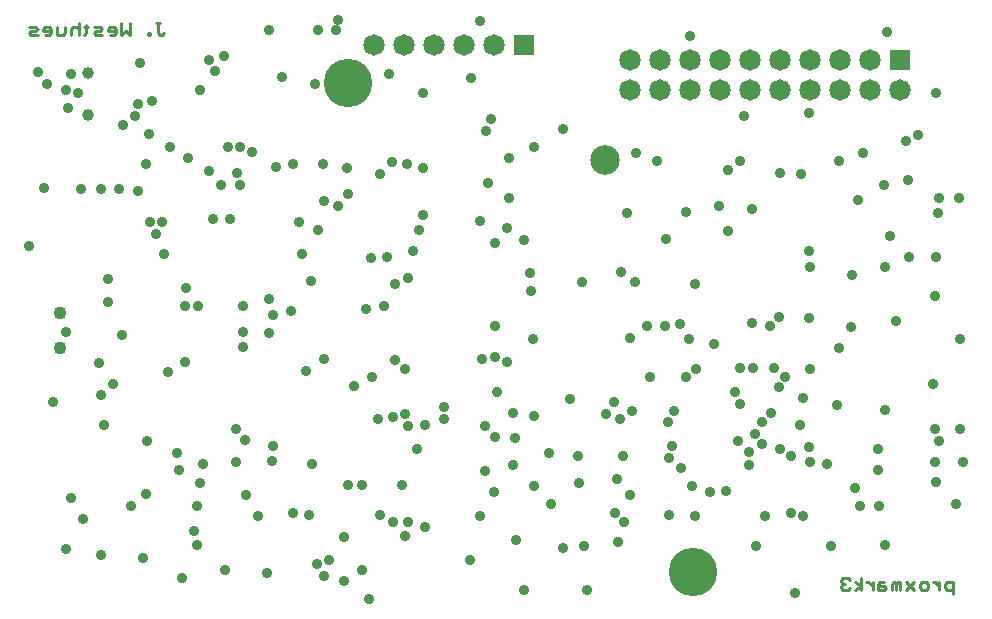
<source format=gbr>
G75*
G70*
%OFA0B0*%
%FSLAX24Y24*%
%IPPOS*%
%LPD*%
%AMOC8*
5,1,8,0,0,1.08239X$1,22.5*
%
%ADD10C,0.0090*%
%ADD11C,0.0394*%
%ADD12C,0.0434*%
%ADD13R,0.0715X0.0715*%
%ADD14C,0.0715*%
%ADD15C,0.0985*%
%ADD16C,0.0357*%
%ADD17C,0.1615*%
D10*
X005812Y020130D02*
X005743Y020062D01*
X005675Y020062D01*
X005607Y020130D01*
X005607Y020472D01*
X005675Y020472D02*
X005538Y020472D01*
X005351Y020130D02*
X005283Y020130D01*
X005283Y020062D01*
X005351Y020062D01*
X005351Y020130D01*
X004661Y020062D02*
X004524Y020199D01*
X004387Y020062D01*
X004387Y020472D01*
X004661Y020472D02*
X004661Y020062D01*
X004200Y020130D02*
X004200Y020267D01*
X004132Y020335D01*
X003995Y020335D01*
X003927Y020267D01*
X003927Y020199D01*
X004200Y020199D01*
X004200Y020130D02*
X004132Y020062D01*
X003995Y020062D01*
X003740Y020062D02*
X003535Y020062D01*
X003467Y020130D01*
X003535Y020199D01*
X003672Y020199D01*
X003740Y020267D01*
X003672Y020335D01*
X003467Y020335D01*
X003280Y020335D02*
X003143Y020335D01*
X003211Y020404D02*
X003211Y020130D01*
X003143Y020062D01*
X002973Y020062D02*
X002973Y020472D01*
X002904Y020335D02*
X002768Y020335D01*
X002699Y020267D01*
X002699Y020062D01*
X002513Y020130D02*
X002513Y020335D01*
X002513Y020130D02*
X002444Y020062D01*
X002239Y020062D01*
X002239Y020335D01*
X002052Y020267D02*
X001984Y020335D01*
X001847Y020335D01*
X001779Y020267D01*
X001779Y020199D01*
X002052Y020199D01*
X002052Y020267D02*
X002052Y020130D01*
X001984Y020062D01*
X001847Y020062D01*
X001592Y020062D02*
X001387Y020062D01*
X001318Y020130D01*
X001387Y020199D01*
X001523Y020199D01*
X001592Y020267D01*
X001523Y020335D01*
X001318Y020335D01*
X002904Y020335D02*
X002973Y020267D01*
X028386Y001904D02*
X028386Y001835D01*
X028454Y001767D01*
X028386Y001699D01*
X028386Y001630D01*
X028454Y001562D01*
X028591Y001562D01*
X028659Y001630D01*
X028838Y001562D02*
X029043Y001699D01*
X028838Y001835D01*
X028659Y001904D02*
X028591Y001972D01*
X028454Y001972D01*
X028386Y001904D01*
X028454Y001767D02*
X028522Y001767D01*
X029043Y001562D02*
X029043Y001972D01*
X029221Y001835D02*
X029290Y001835D01*
X029426Y001699D01*
X029426Y001835D02*
X029426Y001562D01*
X029613Y001562D02*
X029818Y001562D01*
X029887Y001630D01*
X029818Y001699D01*
X029613Y001699D01*
X029613Y001767D02*
X029613Y001562D01*
X029613Y001767D02*
X029681Y001835D01*
X029818Y001835D01*
X030073Y001767D02*
X030073Y001562D01*
X030210Y001562D02*
X030210Y001767D01*
X030142Y001835D01*
X030073Y001767D01*
X030210Y001767D02*
X030279Y001835D01*
X030347Y001835D01*
X030347Y001562D01*
X030534Y001562D02*
X030807Y001835D01*
X030994Y001767D02*
X031063Y001835D01*
X031199Y001835D01*
X031268Y001767D01*
X031268Y001630D01*
X031199Y001562D01*
X031063Y001562D01*
X030994Y001630D01*
X030994Y001767D01*
X030807Y001562D02*
X030534Y001835D01*
X031446Y001835D02*
X031515Y001835D01*
X031651Y001699D01*
X031651Y001835D02*
X031651Y001562D01*
X031838Y001630D02*
X031907Y001562D01*
X032112Y001562D01*
X032112Y001425D02*
X032112Y001835D01*
X031907Y001835D01*
X031838Y001767D01*
X031838Y001630D01*
D11*
X003287Y017405D03*
X003287Y018783D03*
D12*
X002324Y010807D03*
X002324Y009626D03*
D13*
X017807Y019717D03*
X030357Y019217D03*
D14*
X029357Y019217D03*
X028357Y019217D03*
X027357Y019217D03*
X026357Y019217D03*
X025357Y019217D03*
X024357Y019217D03*
X023357Y019217D03*
X022357Y019217D03*
X021357Y019217D03*
X021357Y018217D03*
X022357Y018217D03*
X023357Y018217D03*
X024357Y018217D03*
X025357Y018217D03*
X026357Y018217D03*
X027357Y018217D03*
X028357Y018217D03*
X029357Y018217D03*
X030357Y018217D03*
X016807Y019717D03*
X015807Y019717D03*
X014807Y019717D03*
X013807Y019717D03*
X012807Y019717D03*
D15*
X020521Y015902D03*
D16*
X003707Y002717D03*
X002557Y002917D03*
X003107Y003917D03*
X002707Y004617D03*
X004707Y004367D03*
X005207Y004767D03*
X006307Y005567D03*
X007007Y005117D03*
X007107Y005767D03*
X006257Y006117D03*
X005257Y006517D03*
X003807Y007067D03*
X003707Y008067D03*
X004107Y008417D03*
X003657Y009117D03*
X004407Y010067D03*
X003957Y011167D03*
X003957Y011917D03*
X005807Y012767D03*
X005557Y013417D03*
X005757Y013817D03*
X005357Y013817D03*
X004957Y014867D03*
X004307Y014917D03*
X003707Y014917D03*
X003057Y014917D03*
X001807Y014967D03*
X001307Y013017D03*
X005207Y015767D03*
X006007Y016317D03*
X006607Y015967D03*
X007307Y015517D03*
X007707Y015067D03*
X008357Y015067D03*
X008257Y015467D03*
X008757Y016167D03*
X008357Y016317D03*
X007957Y016317D03*
X009557Y015667D03*
X010107Y015767D03*
X011107Y015767D03*
X011907Y015617D03*
X013007Y015417D03*
X013407Y015817D03*
X013907Y015767D03*
X014457Y015617D03*
X014457Y014067D03*
X014307Y013567D03*
X014107Y012867D03*
X013257Y012667D03*
X012707Y012617D03*
X013507Y011767D03*
X013957Y011967D03*
X013157Y011017D03*
X012557Y010917D03*
X010707Y011867D03*
X010407Y012767D03*
X010957Y013567D03*
X010307Y013817D03*
X011157Y014517D03*
X011607Y014367D03*
X011957Y014767D03*
X008007Y013917D03*
X007457Y013917D03*
X006557Y011617D03*
X006507Y011017D03*
X006957Y011017D03*
X008457Y011017D03*
X009307Y011267D03*
X009457Y010717D03*
X010057Y010867D03*
X009307Y010117D03*
X008457Y010167D03*
X008457Y009667D03*
X006507Y009167D03*
X005957Y008817D03*
X008207Y006917D03*
X008507Y006567D03*
X008207Y005817D03*
X009407Y005867D03*
X009457Y006367D03*
X010757Y005767D03*
X011957Y005067D03*
X012407Y005067D03*
X013007Y004067D03*
X013457Y003817D03*
X013957Y003817D03*
X013857Y003367D03*
X014507Y003667D03*
X016007Y002567D03*
X017557Y003217D03*
X016357Y004017D03*
X016807Y004817D03*
X016507Y005517D03*
X017457Y005717D03*
X018157Y005017D03*
X018707Y004417D03*
X019657Y005117D03*
X020907Y005267D03*
X021357Y004717D03*
X020857Y004117D03*
X021157Y003817D03*
X020957Y003167D03*
X019807Y003017D03*
X019107Y002967D03*
X019907Y001567D03*
X017807Y001567D03*
X022857Y002167D03*
X023032Y002591D03*
X023457Y002767D03*
X023881Y002591D03*
X024057Y002167D03*
X023881Y001743D03*
X023457Y001567D03*
X023032Y001743D03*
X025557Y003017D03*
X025857Y004017D03*
X026707Y004117D03*
X027107Y004017D03*
X028057Y003017D03*
X029857Y003067D03*
X029657Y004367D03*
X029007Y004367D03*
X028857Y004967D03*
X029607Y005567D03*
X029607Y006267D03*
X029857Y007567D03*
X028257Y007717D03*
X027107Y007967D03*
X026307Y008317D03*
X026507Y008667D03*
X026157Y008967D03*
X025457Y008967D03*
X025007Y008967D03*
X024157Y009767D03*
X023307Y009917D03*
X023007Y010417D03*
X022507Y010367D03*
X021907Y010367D03*
X021357Y009967D03*
X022007Y008667D03*
X023207Y008667D03*
X023557Y008917D03*
X024857Y008167D03*
X025007Y007767D03*
X025757Y007167D03*
X026057Y007467D03*
X025507Y006767D03*
X024957Y006517D03*
X025307Y006167D03*
X025757Y006417D03*
X026357Y006267D03*
X026707Y006017D03*
X027307Y006317D03*
X027357Y005817D03*
X027907Y005767D03*
X027007Y007067D03*
X025307Y005717D03*
X024557Y004867D03*
X024007Y004817D03*
X023407Y005017D03*
X023057Y005617D03*
X022657Y005967D03*
X022757Y006367D03*
X022607Y007167D03*
X022807Y007517D03*
X021407Y007517D03*
X021007Y007267D03*
X020557Y007417D03*
X020807Y007817D03*
X019357Y007917D03*
X018157Y007367D03*
X017457Y007467D03*
X016907Y008167D03*
X017257Y009167D03*
X016857Y009317D03*
X016407Y009267D03*
X016857Y010367D03*
X018107Y009917D03*
X018057Y011517D03*
X018007Y012117D03*
X016857Y013117D03*
X017257Y013617D03*
X017807Y013217D03*
X016357Y013867D03*
X017307Y014617D03*
X016607Y015117D03*
X017307Y015967D03*
X018157Y016317D03*
X019107Y016917D03*
X016707Y017267D03*
X016557Y016867D03*
X014457Y018117D03*
X013307Y018767D03*
X012557Y018467D03*
X012381Y018891D03*
X011957Y019067D03*
X011532Y018891D03*
X011357Y018467D03*
X010857Y018417D03*
X011532Y018043D03*
X011957Y017867D03*
X012381Y018043D03*
X009757Y018667D03*
X007807Y019367D03*
X007307Y019217D03*
X007507Y018867D03*
X007007Y018217D03*
X005407Y017867D03*
X004957Y017767D03*
X004857Y017367D03*
X004457Y017067D03*
X005307Y016767D03*
X002957Y018117D03*
X002557Y018217D03*
X002607Y017617D03*
X001907Y018417D03*
X001607Y018817D03*
X002707Y018767D03*
X005007Y019117D03*
X009307Y020217D03*
X010957Y020217D03*
X011557Y020217D03*
X011607Y020567D03*
X016057Y018617D03*
X016357Y020517D03*
X021557Y016117D03*
X022257Y015867D03*
X024607Y015567D03*
X025007Y015867D03*
X026357Y015467D03*
X027057Y015417D03*
X028307Y015867D03*
X029107Y016117D03*
X030557Y016517D03*
X030957Y016717D03*
X031557Y018117D03*
X029907Y020167D03*
X027307Y017467D03*
X025157Y017367D03*
X023357Y020017D03*
X030607Y015217D03*
X029807Y015067D03*
X028957Y014567D03*
X030007Y013367D03*
X030657Y012667D03*
X029857Y012317D03*
X028757Y012067D03*
X027357Y012317D03*
X027307Y012867D03*
X025407Y014267D03*
X024307Y014367D03*
X024607Y013517D03*
X023207Y014167D03*
X022557Y013267D03*
X021257Y014117D03*
X021057Y012167D03*
X021507Y011817D03*
X019757Y011817D03*
X023507Y011767D03*
X025407Y010467D03*
X026007Y010367D03*
X026307Y010667D03*
X027307Y010617D03*
X028307Y009617D03*
X028707Y010317D03*
X030207Y010517D03*
X031507Y011367D03*
X031557Y012667D03*
X031607Y014117D03*
X031657Y014617D03*
X032307Y014617D03*
X032357Y009917D03*
X031457Y008417D03*
X031507Y006917D03*
X031657Y006517D03*
X032357Y006917D03*
X032457Y005817D03*
X031507Y005817D03*
X031557Y005167D03*
X032207Y004417D03*
X026857Y001467D03*
X023507Y004017D03*
X022657Y004067D03*
X021107Y006017D03*
X019607Y006017D03*
X018657Y006117D03*
X017507Y006617D03*
X016857Y006667D03*
X016507Y007017D03*
X015157Y007267D03*
X014507Y007067D03*
X013957Y007017D03*
X013857Y007417D03*
X013457Y007317D03*
X012957Y007267D03*
X014257Y006267D03*
X013757Y005067D03*
X011807Y003317D03*
X011307Y002567D03*
X010907Y002417D03*
X011157Y002017D03*
X011807Y001867D03*
X012407Y002217D03*
X012657Y001267D03*
X009257Y002117D03*
X007857Y002217D03*
X006907Y003067D03*
X006807Y003517D03*
X006907Y004367D03*
X008557Y004717D03*
X008957Y004017D03*
X010107Y004117D03*
X010657Y004067D03*
X006407Y001967D03*
X005107Y002617D03*
X002107Y007817D03*
X002557Y010167D03*
X010557Y008867D03*
X011157Y009267D03*
X012157Y008367D03*
X012757Y008667D03*
X013507Y009217D03*
X013857Y008917D03*
X015157Y007667D03*
X027357Y008917D03*
D17*
X023457Y002167D03*
X011957Y018467D03*
M02*

</source>
